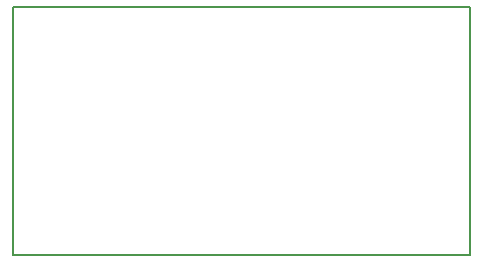
<source format=gm1>
G04 #@! TF.GenerationSoftware,KiCad,Pcbnew,(5.0.0)*
G04 #@! TF.CreationDate,2019-06-11T23:30:22+02:00*
G04 #@! TF.ProjectId,5v-step-down,35762D737465702D646F776E2E6B6963,rev?*
G04 #@! TF.SameCoordinates,Original*
G04 #@! TF.FileFunction,Profile,NP*
%FSLAX46Y46*%
G04 Gerber Fmt 4.6, Leading zero omitted, Abs format (unit mm)*
G04 Created by KiCad (PCBNEW (5.0.0)) date 06/11/19 23:30:22*
%MOMM*%
%LPD*%
G01*
G04 APERTURE LIST*
%ADD10C,0.200000*%
G04 APERTURE END LIST*
D10*
X88265000Y-83820000D02*
X127000000Y-83820000D01*
X88265000Y-62865000D02*
X88265000Y-83820000D01*
X127000000Y-62865000D02*
X88265000Y-62865000D01*
X127000000Y-83820000D02*
X127000000Y-62865000D01*
M02*

</source>
